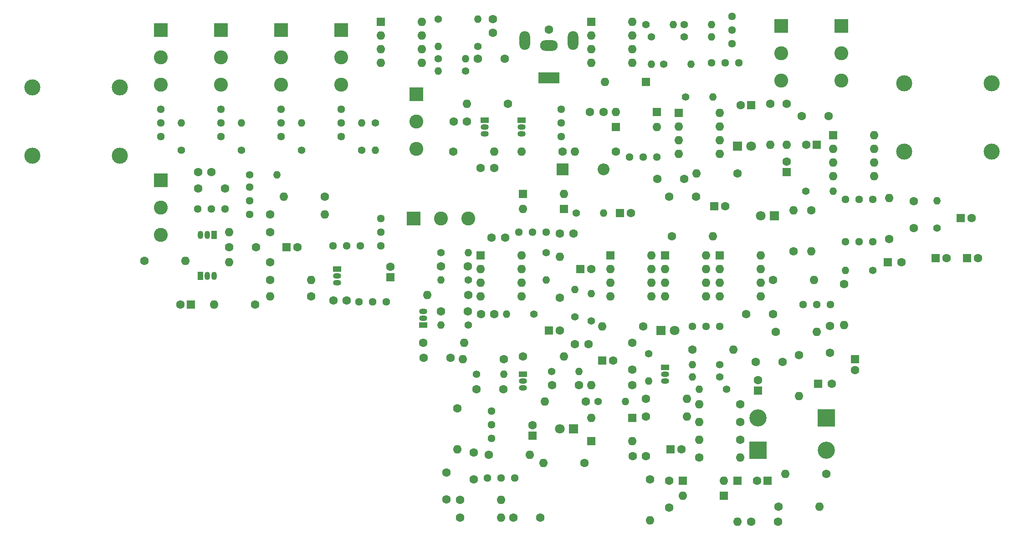
<source format=gbr>
%TF.GenerationSoftware,KiCad,Pcbnew,(5.1.12)-1*%
%TF.CreationDate,2022-02-07T18:02:58-05:00*%
%TF.ProjectId,Lobotomizer,4c6f626f-746f-46d6-997a-65722e6b6963,rev?*%
%TF.SameCoordinates,Original*%
%TF.FileFunction,Soldermask,Bot*%
%TF.FilePolarity,Negative*%
%FSLAX46Y46*%
G04 Gerber Fmt 4.6, Leading zero omitted, Abs format (unit mm)*
G04 Created by KiCad (PCBNEW (5.1.12)-1) date 2022-02-07 18:02:58*
%MOMM*%
%LPD*%
G01*
G04 APERTURE LIST*
%ADD10C,1.600000*%
%ADD11O,2.000000X3.500000*%
%ADD12O,3.300000X2.000000*%
%ADD13R,4.000000X2.000000*%
%ADD14O,1.600000X1.600000*%
%ADD15R,1.600000X1.600000*%
%ADD16C,2.600000*%
%ADD17R,2.600000X2.600000*%
%ADD18C,1.440000*%
%ADD19O,1.400000X1.400000*%
%ADD20C,1.400000*%
%ADD21R,1.500000X1.050000*%
%ADD22O,1.500000X1.050000*%
%ADD23R,1.050000X1.500000*%
%ADD24O,1.050000X1.500000*%
%ADD25C,3.000000*%
%ADD26C,1.800000*%
%ADD27R,1.800000X1.800000*%
%ADD28O,2.200000X2.200000*%
%ADD29R,2.200000X2.200000*%
%ADD30O,3.200000X3.200000*%
%ADD31R,3.200000X3.200000*%
G04 APERTURE END LIST*
D10*
%TO.C,J3*%
X174752000Y-57040000D03*
D11*
X170252000Y-59040000D03*
X179252000Y-59040000D03*
D12*
X174752000Y-60040000D03*
D13*
X174752000Y-66040000D03*
%TD*%
D14*
%TO.C,U301*%
X206448000Y-72558000D03*
X198828000Y-80178000D03*
X206448000Y-75098000D03*
X198828000Y-77638000D03*
X206448000Y-77638000D03*
X198828000Y-75098000D03*
X206448000Y-80178000D03*
D15*
X198828000Y-72558000D03*
%TD*%
D14*
%TO.C,U206*%
X235204000Y-76708000D03*
X227584000Y-84328000D03*
X235204000Y-79248000D03*
X227584000Y-81788000D03*
X235204000Y-81788000D03*
X227584000Y-79248000D03*
X235204000Y-84328000D03*
D15*
X227584000Y-76708000D03*
%TD*%
D14*
%TO.C,U205*%
X203962000Y-99060000D03*
X196342000Y-106680000D03*
X203962000Y-101600000D03*
X196342000Y-104140000D03*
X203962000Y-104140000D03*
X196342000Y-101600000D03*
X203962000Y-106680000D03*
D15*
X196342000Y-99060000D03*
%TD*%
D14*
%TO.C,U204*%
X193802000Y-99060000D03*
X186182000Y-106680000D03*
X193802000Y-101600000D03*
X186182000Y-104140000D03*
X193802000Y-104140000D03*
X186182000Y-101600000D03*
X193802000Y-106680000D03*
D15*
X186182000Y-99060000D03*
%TD*%
D14*
%TO.C,U203*%
X190246000Y-55626000D03*
X182626000Y-63246000D03*
X190246000Y-58166000D03*
X182626000Y-60706000D03*
X190246000Y-60706000D03*
X182626000Y-58166000D03*
X190246000Y-63246000D03*
D15*
X182626000Y-55626000D03*
%TD*%
D14*
%TO.C,U202*%
X214122000Y-99060000D03*
X206502000Y-106680000D03*
X214122000Y-101600000D03*
X206502000Y-104140000D03*
X214122000Y-104140000D03*
X206502000Y-101600000D03*
X214122000Y-106680000D03*
D15*
X206502000Y-99060000D03*
%TD*%
D14*
%TO.C,U201*%
X169672000Y-99060000D03*
X162052000Y-106680000D03*
X169672000Y-101600000D03*
X162052000Y-104140000D03*
X169672000Y-104140000D03*
X162052000Y-101600000D03*
X169672000Y-106680000D03*
D15*
X162052000Y-99060000D03*
%TD*%
D14*
%TO.C,U1*%
X151130000Y-55626000D03*
X143510000Y-63246000D03*
X151130000Y-58166000D03*
X143510000Y-60706000D03*
X151130000Y-60706000D03*
X143510000Y-58166000D03*
X151130000Y-63246000D03*
D15*
X143510000Y-55626000D03*
%TD*%
D16*
%TO.C,SW301*%
X150114000Y-79248000D03*
X150114000Y-74168000D03*
D17*
X150114000Y-69088000D03*
%TD*%
D16*
%TO.C,SW203*%
X159766000Y-92202000D03*
X154686000Y-92202000D03*
D17*
X149606000Y-92202000D03*
%TD*%
D16*
%TO.C,SW202*%
X217932000Y-66548000D03*
X217932000Y-61468000D03*
D17*
X217932000Y-56388000D03*
%TD*%
D16*
%TO.C,SW201*%
X229108000Y-66548000D03*
X229108000Y-61468000D03*
D17*
X229108000Y-56388000D03*
%TD*%
D16*
%TO.C,SW101*%
X102616000Y-95250000D03*
X102616000Y-90170000D03*
D17*
X102616000Y-85090000D03*
%TD*%
D16*
%TO.C,SW4*%
X136144000Y-67310000D03*
X136144000Y-62230000D03*
D17*
X136144000Y-57150000D03*
%TD*%
D16*
%TO.C,SW3*%
X124968000Y-67310000D03*
X124968000Y-62230000D03*
D17*
X124968000Y-57150000D03*
%TD*%
D16*
%TO.C,SW2*%
X113792000Y-67310000D03*
X113792000Y-62230000D03*
D17*
X113792000Y-57150000D03*
%TD*%
D16*
%TO.C,SW1*%
X102616000Y-67310000D03*
X102616000Y-62230000D03*
D17*
X102616000Y-57150000D03*
%TD*%
D18*
%TO.C,RV302*%
X194818000Y-80772000D03*
X192278000Y-80772000D03*
X189738000Y-80772000D03*
%TD*%
%TO.C,RV301*%
X177038000Y-71882000D03*
X177038000Y-74422000D03*
X177038000Y-76962000D03*
%TD*%
%TO.C,RV209*%
X201422000Y-112268000D03*
X203962000Y-112268000D03*
X206502000Y-112268000D03*
%TD*%
%TO.C,RV208*%
X204978000Y-63246000D03*
X207518000Y-63246000D03*
X210058000Y-63246000D03*
%TD*%
%TO.C,RV207*%
X234950000Y-96520000D03*
X232410000Y-96520000D03*
X229870000Y-96520000D03*
%TD*%
%TO.C,RV206*%
X234950000Y-88646000D03*
X232410000Y-88646000D03*
X229870000Y-88646000D03*
%TD*%
%TO.C,RV205*%
X208788000Y-54610000D03*
X208788000Y-57150000D03*
X208788000Y-59690000D03*
%TD*%
%TO.C,RV204*%
X164084000Y-133096000D03*
X164084000Y-130556000D03*
X164084000Y-128016000D03*
%TD*%
%TO.C,RV203*%
X168402000Y-140462000D03*
X165862000Y-140462000D03*
X163322000Y-140462000D03*
%TD*%
%TO.C,RV202*%
X221996000Y-108204000D03*
X224536000Y-108204000D03*
X227076000Y-108204000D03*
%TD*%
%TO.C,RV201*%
X169164000Y-94742000D03*
X171704000Y-94742000D03*
X174244000Y-94742000D03*
%TD*%
%TO.C,RV105*%
X143510000Y-92202000D03*
X143510000Y-94742000D03*
X143510000Y-97282000D03*
%TD*%
%TO.C,RV104*%
X139446000Y-107696000D03*
X141986000Y-107696000D03*
X144526000Y-107696000D03*
%TD*%
%TO.C,RV103*%
X134620000Y-97282000D03*
X137160000Y-97282000D03*
X139700000Y-97282000D03*
%TD*%
%TO.C,RV102*%
X119126000Y-91440000D03*
X119126000Y-88900000D03*
X119126000Y-86360000D03*
%TD*%
%TO.C,RV101*%
X109474000Y-90424000D03*
X112014000Y-90424000D03*
X114554000Y-90424000D03*
%TD*%
%TO.C,RV4*%
X136144000Y-76962000D03*
X136144000Y-74422000D03*
X136144000Y-71882000D03*
%TD*%
%TO.C,RV3*%
X124968000Y-76962000D03*
X124968000Y-74422000D03*
X124968000Y-71882000D03*
%TD*%
%TO.C,RV2*%
X113792000Y-76962000D03*
X113792000Y-74422000D03*
X113792000Y-71882000D03*
%TD*%
%TO.C,RV1*%
X102616000Y-76962000D03*
X102616000Y-74422000D03*
X102616000Y-71882000D03*
%TD*%
D14*
%TO.C,R307*%
X202184000Y-83820000D03*
D10*
X209804000Y-83820000D03*
%TD*%
D19*
%TO.C,R306*%
X184912000Y-91186000D03*
D20*
X179832000Y-91186000D03*
%TD*%
D19*
%TO.C,R305*%
X205232000Y-69596000D03*
D20*
X200152000Y-69596000D03*
%TD*%
D14*
%TO.C,R304*%
X169672000Y-79756000D03*
D10*
X177292000Y-79756000D03*
%TD*%
D14*
%TO.C,R303*%
X179578000Y-79756000D03*
D10*
X187198000Y-79756000D03*
%TD*%
D14*
%TO.C,R302*%
X164592000Y-79756000D03*
D10*
X156972000Y-79756000D03*
%TD*%
D14*
%TO.C,R301*%
X159512000Y-70866000D03*
D10*
X167132000Y-70866000D03*
%TD*%
D19*
%TO.C,R255*%
X201422000Y-121666000D03*
D20*
X206502000Y-121666000D03*
%TD*%
D14*
%TO.C,R254*%
X237998000Y-88392000D03*
D10*
X237998000Y-96012000D03*
%TD*%
D19*
%TO.C,R253*%
X201422000Y-119380000D03*
D20*
X206502000Y-119380000D03*
%TD*%
D14*
%TO.C,R252*%
X202692000Y-126746000D03*
D10*
X210312000Y-126746000D03*
%TD*%
D19*
%TO.C,R251*%
X197866000Y-56134000D03*
D20*
X192786000Y-56134000D03*
%TD*%
D19*
%TO.C,R250*%
X204978000Y-58420000D03*
D20*
X199898000Y-58420000D03*
%TD*%
D19*
%TO.C,R249*%
X204978000Y-56134000D03*
D20*
X199898000Y-56134000D03*
%TD*%
D19*
%TO.C,R248*%
X193802000Y-63500000D03*
D20*
X193802000Y-58420000D03*
%TD*%
D19*
%TO.C,R247*%
X201168000Y-63500000D03*
D20*
X196088000Y-63500000D03*
%TD*%
D14*
%TO.C,R246*%
X224536000Y-113284000D03*
D10*
X216916000Y-113284000D03*
%TD*%
D14*
%TO.C,R245*%
X221234000Y-125222000D03*
D10*
X221234000Y-117602000D03*
%TD*%
D19*
%TO.C,R244*%
X202692000Y-123952000D03*
D20*
X207772000Y-123952000D03*
%TD*%
D14*
%TO.C,R243*%
X215900000Y-78486000D03*
D10*
X215900000Y-70866000D03*
%TD*%
D19*
%TO.C,R242*%
X227584000Y-87122000D03*
D20*
X222504000Y-87122000D03*
%TD*%
D19*
%TO.C,R241*%
X229870000Y-101854000D03*
D20*
X234950000Y-101854000D03*
%TD*%
D14*
%TO.C,R240*%
X202692000Y-130048000D03*
D10*
X210312000Y-130048000D03*
%TD*%
D14*
%TO.C,R239*%
X202692000Y-133350000D03*
D10*
X210312000Y-133350000D03*
%TD*%
D14*
%TO.C,R238*%
X200406000Y-129032000D03*
D10*
X192786000Y-129032000D03*
%TD*%
D14*
%TO.C,R237*%
X210312000Y-136652000D03*
D10*
X202692000Y-136652000D03*
%TD*%
D14*
%TO.C,R236*%
X218694000Y-139700000D03*
D10*
X226314000Y-139700000D03*
%TD*%
D14*
%TO.C,R235*%
X193548000Y-148336000D03*
D10*
X193548000Y-140716000D03*
%TD*%
D14*
%TO.C,R234*%
X225044000Y-145796000D03*
D10*
X217424000Y-145796000D03*
%TD*%
D14*
%TO.C,R233*%
X184658000Y-112268000D03*
D10*
X192278000Y-112268000D03*
%TD*%
D14*
%TO.C,R232*%
X209042000Y-116586000D03*
D10*
X201422000Y-116586000D03*
%TD*%
D19*
%TO.C,R231*%
X193294000Y-122428000D03*
D20*
X193294000Y-117348000D03*
%TD*%
D14*
%TO.C,R230*%
X200406000Y-125730000D03*
D10*
X192786000Y-125730000D03*
%TD*%
D19*
%TO.C,R229*%
X188976000Y-126238000D03*
D20*
X183896000Y-126238000D03*
%TD*%
D14*
%TO.C,R228*%
X182626000Y-123190000D03*
D10*
X190246000Y-123190000D03*
%TD*%
D14*
%TO.C,R227*%
X177546000Y-117856000D03*
D10*
X169926000Y-117856000D03*
%TD*%
D19*
%TO.C,R226*%
X180340000Y-120650000D03*
D20*
X175260000Y-120650000D03*
%TD*%
D14*
%TO.C,R225*%
X173990000Y-126238000D03*
D10*
X181610000Y-126238000D03*
%TD*%
D19*
%TO.C,R224*%
X166370000Y-121158000D03*
D20*
X161290000Y-121158000D03*
%TD*%
D14*
%TO.C,R223*%
X158750000Y-118364000D03*
D10*
X166370000Y-118364000D03*
%TD*%
D14*
%TO.C,R222*%
X159004000Y-115316000D03*
D10*
X151384000Y-115316000D03*
%TD*%
D19*
%TO.C,R221*%
X246888000Y-88900000D03*
D20*
X246888000Y-93980000D03*
%TD*%
D19*
%TO.C,R220*%
X154686000Y-112014000D03*
D20*
X159766000Y-112014000D03*
%TD*%
D14*
%TO.C,R219*%
X152146000Y-106426000D03*
D10*
X159766000Y-106426000D03*
%TD*%
D14*
%TO.C,R218*%
X220218000Y-90678000D03*
D10*
X220218000Y-98298000D03*
%TD*%
D14*
%TO.C,R217*%
X224028000Y-103632000D03*
D10*
X216408000Y-103632000D03*
%TD*%
D14*
%TO.C,R216*%
X205232000Y-95504000D03*
D10*
X197612000Y-95504000D03*
%TD*%
D14*
%TO.C,R215*%
X218948000Y-78486000D03*
D10*
X218948000Y-70866000D03*
%TD*%
D14*
%TO.C,R214*%
X165862000Y-147828000D03*
D10*
X158242000Y-147828000D03*
%TD*%
D14*
%TO.C,R213*%
X165862000Y-144526000D03*
D10*
X158242000Y-144526000D03*
%TD*%
D14*
%TO.C,R212*%
X157734000Y-135128000D03*
D10*
X157734000Y-127508000D03*
%TD*%
D14*
%TO.C,R211*%
X229616000Y-112014000D03*
D10*
X229616000Y-104394000D03*
%TD*%
D14*
%TO.C,R210*%
X223520000Y-98298000D03*
D10*
X223520000Y-90678000D03*
%TD*%
D14*
%TO.C,R209*%
X173736000Y-137668000D03*
D10*
X181356000Y-137668000D03*
%TD*%
D14*
%TO.C,R208*%
X171196000Y-136144000D03*
D10*
X163576000Y-136144000D03*
%TD*%
D19*
%TO.C,R207*%
X182626000Y-106172000D03*
D20*
X182626000Y-111252000D03*
%TD*%
D19*
%TO.C,R206*%
X179578000Y-105410000D03*
D20*
X179578000Y-110490000D03*
%TD*%
D14*
%TO.C,R205*%
X176784000Y-99314000D03*
D10*
X176784000Y-106934000D03*
%TD*%
D19*
%TO.C,R204*%
X174244000Y-103632000D03*
D20*
X174244000Y-98552000D03*
%TD*%
D19*
%TO.C,R203*%
X166878000Y-109982000D03*
D20*
X171958000Y-109982000D03*
%TD*%
D19*
%TO.C,R202*%
X154686000Y-103632000D03*
D20*
X159766000Y-103632000D03*
%TD*%
D19*
%TO.C,R201*%
X159766000Y-98552000D03*
D20*
X154686000Y-98552000D03*
%TD*%
D19*
%TO.C,R109*%
X124206000Y-84074000D03*
D20*
X119126000Y-84074000D03*
%TD*%
D14*
%TO.C,R108*%
X125476000Y-88138000D03*
D10*
X133096000Y-88138000D03*
%TD*%
D14*
%TO.C,R107*%
X133096000Y-91440000D03*
D10*
X122936000Y-91440000D03*
%TD*%
D14*
%TO.C,R106*%
X112522000Y-108204000D03*
D10*
X120142000Y-108204000D03*
%TD*%
D14*
%TO.C,R105*%
X107188000Y-100076000D03*
D10*
X99568000Y-100076000D03*
%TD*%
D14*
%TO.C,R104*%
X122936000Y-106680000D03*
D10*
X130556000Y-106680000D03*
%TD*%
D14*
%TO.C,R103*%
X130556000Y-103632000D03*
D10*
X122936000Y-103632000D03*
%TD*%
D14*
%TO.C,R102*%
X115316000Y-94742000D03*
D10*
X122936000Y-94742000D03*
%TD*%
D14*
%TO.C,R101*%
X115316000Y-100330000D03*
D10*
X122936000Y-100330000D03*
%TD*%
D19*
%TO.C,R9*%
X161544000Y-55118000D03*
D20*
X161544000Y-60198000D03*
%TD*%
D19*
%TO.C,R8*%
X154178000Y-60198000D03*
D20*
X154178000Y-55118000D03*
%TD*%
D19*
%TO.C,R7*%
X159258000Y-62484000D03*
D20*
X154178000Y-62484000D03*
%TD*%
D19*
%TO.C,R6*%
X154178000Y-64770000D03*
D20*
X159258000Y-64770000D03*
%TD*%
D19*
%TO.C,R5*%
X142494000Y-79502000D03*
D20*
X142494000Y-74422000D03*
%TD*%
D19*
%TO.C,R4*%
X139954000Y-74422000D03*
D20*
X139954000Y-79502000D03*
%TD*%
D19*
%TO.C,R3*%
X128778000Y-74422000D03*
D20*
X128778000Y-79502000D03*
%TD*%
D19*
%TO.C,R2*%
X117602000Y-74422000D03*
D20*
X117602000Y-79502000D03*
%TD*%
D19*
%TO.C,R1*%
X106426000Y-74422000D03*
D20*
X106426000Y-79502000D03*
%TD*%
D21*
%TO.C,Q302*%
X169672000Y-73914000D03*
D22*
X169672000Y-76454000D03*
X169672000Y-75184000D03*
%TD*%
D21*
%TO.C,Q301*%
X162814000Y-73914000D03*
D22*
X162814000Y-76454000D03*
X162814000Y-75184000D03*
%TD*%
D21*
%TO.C,Q203*%
X196342000Y-119888000D03*
D22*
X196342000Y-122428000D03*
X196342000Y-121158000D03*
%TD*%
D21*
%TO.C,Q202*%
X169926000Y-121158000D03*
D22*
X169926000Y-123698000D03*
X169926000Y-122428000D03*
%TD*%
D21*
%TO.C,Q201*%
X151384000Y-112014000D03*
D22*
X151384000Y-109474000D03*
X151384000Y-110744000D03*
%TD*%
D21*
%TO.C,Q103*%
X135382000Y-101600000D03*
D22*
X135382000Y-104140000D03*
X135382000Y-102870000D03*
%TD*%
D23*
%TO.C,Q102*%
X109982000Y-102870000D03*
D24*
X112522000Y-102870000D03*
X111252000Y-102870000D03*
%TD*%
D23*
%TO.C,Q101*%
X112522000Y-95250000D03*
D24*
X109982000Y-95250000D03*
X111252000Y-95250000D03*
%TD*%
D25*
%TO.C,J2*%
X257022000Y-79756000D03*
X257022000Y-67056000D03*
X240792000Y-79756000D03*
X240792000Y-67056000D03*
%TD*%
%TO.C,J1*%
X94970000Y-80518000D03*
X94970000Y-67818000D03*
X78740000Y-80518000D03*
X78740000Y-67818000D03*
%TD*%
D26*
%TO.C,D306*%
X212344000Y-78740000D03*
D27*
X209804000Y-78740000D03*
%TD*%
D28*
%TO.C,D305*%
X184912000Y-83058000D03*
D29*
X177292000Y-83058000D03*
%TD*%
D14*
%TO.C,D304*%
X169926000Y-90424000D03*
D15*
X177546000Y-90424000D03*
%TD*%
D14*
%TO.C,D303*%
X177546000Y-87630000D03*
D15*
X169926000Y-87630000D03*
%TD*%
D14*
%TO.C,D302*%
X187198000Y-72390000D03*
D15*
X194818000Y-72390000D03*
%TD*%
D14*
%TO.C,D301*%
X194818000Y-75184000D03*
D15*
X187198000Y-75184000D03*
%TD*%
D14*
%TO.C,D211*%
X182626000Y-129286000D03*
D15*
X190246000Y-129286000D03*
%TD*%
D14*
%TO.C,D210*%
X190246000Y-133604000D03*
D15*
X182626000Y-133604000D03*
%TD*%
D30*
%TO.C,D209*%
X226314000Y-135238000D03*
D31*
X213614000Y-135238000D03*
%TD*%
D30*
%TO.C,D208*%
X213614000Y-129286000D03*
D31*
X226314000Y-129286000D03*
%TD*%
D14*
%TO.C,D207*%
X209804000Y-148590000D03*
D15*
X209804000Y-140970000D03*
%TD*%
D14*
%TO.C,D206*%
X207264000Y-140970000D03*
D15*
X199644000Y-140970000D03*
%TD*%
D14*
%TO.C,D205*%
X199644000Y-143764000D03*
D15*
X207264000Y-143764000D03*
%TD*%
D26*
%TO.C,D204*%
X214122000Y-91694000D03*
D27*
X216662000Y-91694000D03*
%TD*%
D14*
%TO.C,D203*%
X185166000Y-66802000D03*
D15*
X192786000Y-66802000D03*
%TD*%
D26*
%TO.C,D202*%
X176784000Y-131318000D03*
D27*
X179324000Y-131318000D03*
%TD*%
D26*
%TO.C,D201*%
X198120000Y-113030000D03*
D27*
X195580000Y-113030000D03*
%TD*%
D10*
%TO.C,C308*%
X207486000Y-89916000D03*
D15*
X205486000Y-89916000D03*
%TD*%
D10*
%TO.C,C307*%
X189960000Y-91186000D03*
D15*
X187960000Y-91186000D03*
%TD*%
D10*
%TO.C,C306*%
X202104000Y-88138000D03*
X197104000Y-88138000D03*
%TD*%
%TO.C,C305*%
X210344000Y-71120000D03*
D15*
X212344000Y-71120000D03*
%TD*%
D10*
%TO.C,C304*%
X194898000Y-84836000D03*
X199898000Y-84836000D03*
%TD*%
%TO.C,C303*%
X184872000Y-72390000D03*
X182372000Y-72390000D03*
%TD*%
%TO.C,C302*%
X164552000Y-82804000D03*
X162052000Y-82804000D03*
%TD*%
%TO.C,C301*%
X157012000Y-74168000D03*
X159512000Y-74168000D03*
%TD*%
%TO.C,C238*%
X222536000Y-78486000D03*
D15*
X224536000Y-78486000D03*
%TD*%
D10*
%TO.C,C237*%
X240244000Y-100330000D03*
D15*
X237744000Y-100330000D03*
%TD*%
D10*
%TO.C,C236*%
X242570000Y-88980000D03*
X242570000Y-93980000D03*
%TD*%
%TO.C,C235*%
X227290000Y-122936000D03*
D15*
X224790000Y-122936000D03*
%TD*%
D10*
%TO.C,C234*%
X231648000Y-120364000D03*
D15*
X231648000Y-118364000D03*
%TD*%
D10*
%TO.C,C233*%
X182594000Y-101600000D03*
D15*
X180594000Y-101600000D03*
%TD*%
D10*
%TO.C,C232*%
X254476000Y-99568000D03*
D15*
X252476000Y-99568000D03*
%TD*%
D10*
%TO.C,C231*%
X213392000Y-140970000D03*
D15*
X215392000Y-140970000D03*
%TD*%
D10*
%TO.C,C230*%
X190286000Y-136398000D03*
X192786000Y-136398000D03*
%TD*%
%TO.C,C229*%
X213186000Y-118872000D03*
X218186000Y-118872000D03*
%TD*%
%TO.C,C228*%
X211408000Y-109982000D03*
X216408000Y-109982000D03*
%TD*%
%TO.C,C227*%
X199358000Y-135128000D03*
D15*
X197358000Y-135128000D03*
%TD*%
D10*
%TO.C,C226*%
X213614000Y-122206000D03*
D15*
X213614000Y-124206000D03*
%TD*%
D10*
%TO.C,C225*%
X197104000Y-145970000D03*
X197104000Y-140970000D03*
%TD*%
%TO.C,C224*%
X217344000Y-148590000D03*
X212344000Y-148590000D03*
%TD*%
%TO.C,C223*%
X186658000Y-118618000D03*
D15*
X184658000Y-118618000D03*
%TD*%
D10*
%TO.C,C222*%
X190246000Y-120316000D03*
X190246000Y-115316000D03*
%TD*%
%TO.C,C221*%
X175340000Y-123190000D03*
X180340000Y-123190000D03*
%TD*%
%TO.C,C220*%
X166290000Y-123952000D03*
X161290000Y-123952000D03*
%TD*%
%TO.C,C219*%
X151464000Y-118110000D03*
X156464000Y-118110000D03*
%TD*%
%TO.C,C218*%
X248634000Y-99568000D03*
D15*
X246634000Y-99568000D03*
%TD*%
D10*
%TO.C,C217*%
X159686000Y-109474000D03*
X154686000Y-109474000D03*
%TD*%
%TO.C,C216*%
X253275775Y-92062000D03*
D15*
X251275775Y-92062000D03*
%TD*%
D10*
%TO.C,C215*%
X226742000Y-73152000D03*
X221742000Y-73152000D03*
%TD*%
%TO.C,C214*%
X218948000Y-81566000D03*
D15*
X218948000Y-83566000D03*
%TD*%
D10*
%TO.C,C213*%
X155702000Y-144446000D03*
X155702000Y-139446000D03*
%TD*%
%TO.C,C212*%
X173148000Y-147828000D03*
X168148000Y-147828000D03*
%TD*%
%TO.C,C211*%
X160782000Y-135716000D03*
X160782000Y-140716000D03*
%TD*%
%TO.C,C210*%
X226984000Y-117168000D03*
X226984000Y-112168000D03*
%TD*%
%TO.C,C209*%
X171704000Y-130588000D03*
D15*
X171704000Y-132588000D03*
%TD*%
D10*
%TO.C,C206*%
X182078000Y-115570000D03*
X179578000Y-115570000D03*
%TD*%
%TO.C,C205*%
X179284000Y-94996000D03*
X176784000Y-94996000D03*
%TD*%
%TO.C,C204*%
X176752000Y-113030000D03*
D15*
X174752000Y-113030000D03*
%TD*%
D10*
%TO.C,C203*%
X166584000Y-95758000D03*
X164084000Y-95758000D03*
%TD*%
%TO.C,C202*%
X162092000Y-109982000D03*
X164592000Y-109982000D03*
%TD*%
%TO.C,C201*%
X159686000Y-101092000D03*
X154686000Y-101092000D03*
%TD*%
%TO.C,C107*%
X145288000Y-101124000D03*
D15*
X145288000Y-103124000D03*
%TD*%
D10*
%TO.C,C106*%
X134660000Y-107442000D03*
X137160000Y-107442000D03*
%TD*%
%TO.C,C105*%
X106204000Y-108204000D03*
D15*
X108204000Y-108204000D03*
%TD*%
D10*
%TO.C,C104*%
X127984000Y-97536000D03*
D15*
X125984000Y-97536000D03*
%TD*%
D10*
%TO.C,C103*%
X120316000Y-97536000D03*
X115316000Y-97536000D03*
%TD*%
%TO.C,C102*%
X109554000Y-86614000D03*
X114554000Y-86614000D03*
%TD*%
%TO.C,C101*%
X109514000Y-83566000D03*
X112014000Y-83566000D03*
%TD*%
%TO.C,C2*%
X166544000Y-62484000D03*
X161544000Y-62484000D03*
%TD*%
%TO.C,C1*%
X164338000Y-57618000D03*
X164338000Y-55118000D03*
%TD*%
M02*

</source>
